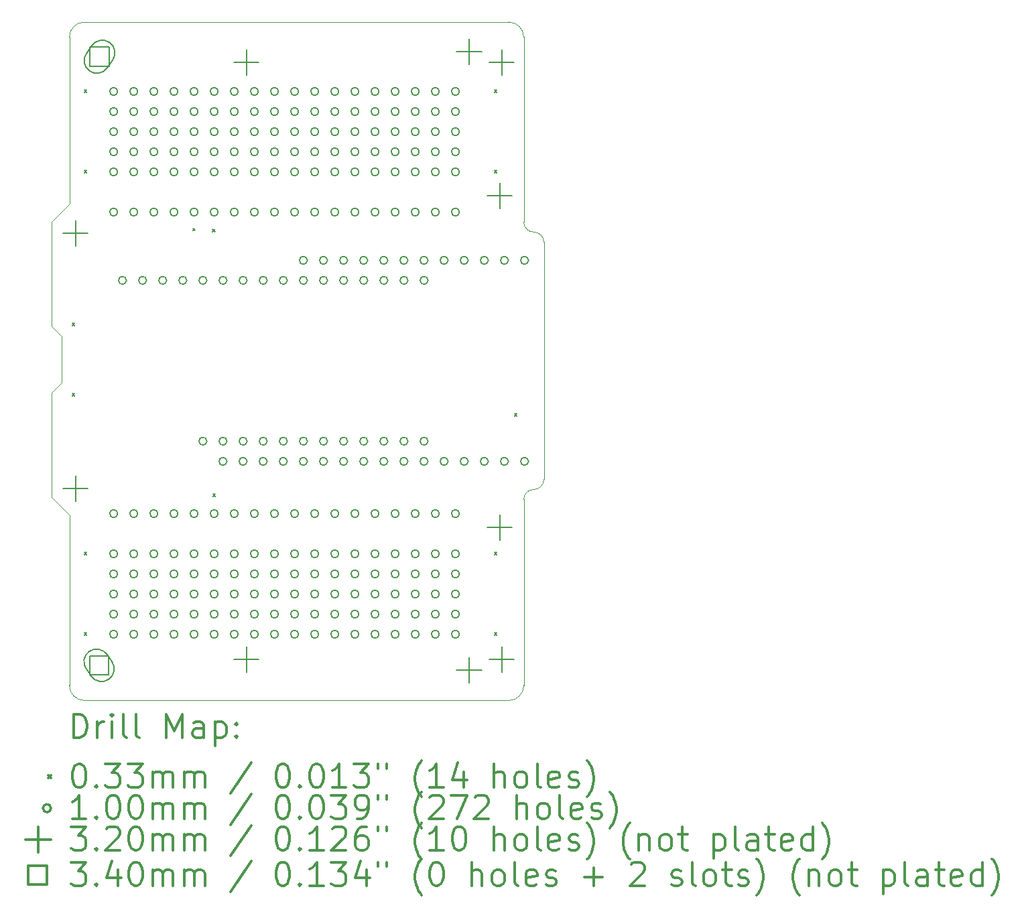
<source format=gbr>
%FSLAX45Y45*%
G04 Gerber Fmt 4.5, Leading zero omitted, Abs format (unit mm)*
G04 Created by KiCad (PCBNEW (5.0.0-rc2-dev-444-g2974a2c10)) date 11/08/19 21:55:00*
%MOMM*%
%LPD*%
G01*
G04 APERTURE LIST*
%ADD10C,0.100000*%
%ADD11C,0.200000*%
%ADD12C,0.300000*%
G04 APERTURE END LIST*
D10*
X14325600Y-12839700D02*
G75*
G02X14135100Y-13030200I-190500J0D01*
G01*
X14135100Y-4457700D02*
G75*
G02X14325600Y-4648200I0J-190500D01*
G01*
X8585200Y-4648200D02*
G75*
G02X8775700Y-4457700I190500J0D01*
G01*
X8775700Y-13030200D02*
G75*
G02X8585200Y-12839700I0J190500D01*
G01*
X14579600Y-10236200D02*
X14579600Y-7239000D01*
X14325600Y-12839700D02*
X14325600Y-10490200D01*
X14325600Y-6985000D02*
X14325600Y-4648200D01*
X8585200Y-6756400D02*
X8585200Y-4648200D01*
X8356600Y-6985000D02*
X8356600Y-8305800D01*
X8483600Y-9017000D02*
X8356600Y-9144000D01*
X8483600Y-8432800D02*
X8483600Y-9017000D01*
X8356600Y-8305800D02*
X8483600Y-8432800D01*
X8356600Y-9144000D02*
X8356600Y-10464800D01*
X8356600Y-6985000D02*
X8585200Y-6756400D01*
X8585200Y-10693400D02*
X8356600Y-10464800D01*
X8585200Y-12839700D02*
X8585200Y-10693400D01*
X14135100Y-4457700D02*
X8775700Y-4457700D01*
X14135100Y-13030200D02*
X8775700Y-13030200D01*
X14579600Y-10236200D02*
G75*
G02X14452600Y-10363200I-127000J0D01*
G01*
X14325600Y-10490200D02*
G75*
G02X14452600Y-10363200I127000J0D01*
G01*
X14452600Y-7112000D02*
G75*
G02X14325600Y-6985000I0J127000D01*
G01*
X14452600Y-7112000D02*
G75*
G02X14579600Y-7239000I0J-127000D01*
G01*
D11*
X8619490Y-8263890D02*
X8652510Y-8296910D01*
X8652510Y-8263890D02*
X8619490Y-8296910D01*
X8619490Y-9152890D02*
X8652510Y-9185910D01*
X8652510Y-9152890D02*
X8619490Y-9185910D01*
X8771890Y-5317490D02*
X8804910Y-5350510D01*
X8804910Y-5317490D02*
X8771890Y-5350510D01*
X8771890Y-6333490D02*
X8804910Y-6366510D01*
X8804910Y-6333490D02*
X8771890Y-6366510D01*
X8771890Y-11159490D02*
X8804910Y-11192510D01*
X8804910Y-11159490D02*
X8771890Y-11192510D01*
X8771890Y-12175490D02*
X8804910Y-12208510D01*
X8804910Y-12175490D02*
X8771890Y-12208510D01*
X10143490Y-7062490D02*
X10176510Y-7095510D01*
X10176510Y-7062490D02*
X10143490Y-7095510D01*
X10395490Y-7071490D02*
X10428510Y-7104510D01*
X10428510Y-7071490D02*
X10395490Y-7104510D01*
X10397490Y-10422890D02*
X10430510Y-10455910D01*
X10430510Y-10422890D02*
X10397490Y-10455910D01*
X13953490Y-5317490D02*
X13986510Y-5350510D01*
X13986510Y-5317490D02*
X13953490Y-5350510D01*
X13953490Y-6333490D02*
X13986510Y-6366510D01*
X13986510Y-6333490D02*
X13953490Y-6366510D01*
X13953490Y-11159490D02*
X13986510Y-11192510D01*
X13986510Y-11159490D02*
X13953490Y-11192510D01*
X13953490Y-12175490D02*
X13986510Y-12208510D01*
X13986510Y-12175490D02*
X13953490Y-12208510D01*
X14207490Y-9406890D02*
X14240510Y-9439910D01*
X14240510Y-9406890D02*
X14207490Y-9439910D01*
X9305760Y-7721600D02*
G75*
G03X9305760Y-7721600I-50000J0D01*
G01*
X9559760Y-7721600D02*
G75*
G03X9559760Y-7721600I-50000J0D01*
G01*
X9813760Y-7721600D02*
G75*
G03X9813760Y-7721600I-50000J0D01*
G01*
X10067760Y-7721600D02*
G75*
G03X10067760Y-7721600I-50000J0D01*
G01*
X10321760Y-7721600D02*
G75*
G03X10321760Y-7721600I-50000J0D01*
G01*
X10321760Y-9753600D02*
G75*
G03X10321760Y-9753600I-50000J0D01*
G01*
X10575760Y-7721600D02*
G75*
G03X10575760Y-7721600I-50000J0D01*
G01*
X10575760Y-9753600D02*
G75*
G03X10575760Y-9753600I-50000J0D01*
G01*
X10829760Y-7721600D02*
G75*
G03X10829760Y-7721600I-50000J0D01*
G01*
X10829760Y-9753600D02*
G75*
G03X10829760Y-9753600I-50000J0D01*
G01*
X11083760Y-7721600D02*
G75*
G03X11083760Y-7721600I-50000J0D01*
G01*
X11083760Y-9753600D02*
G75*
G03X11083760Y-9753600I-50000J0D01*
G01*
X11337760Y-7721600D02*
G75*
G03X11337760Y-7721600I-50000J0D01*
G01*
X11337760Y-9753600D02*
G75*
G03X11337760Y-9753600I-50000J0D01*
G01*
X11591760Y-7721600D02*
G75*
G03X11591760Y-7721600I-50000J0D01*
G01*
X11591760Y-9753600D02*
G75*
G03X11591760Y-9753600I-50000J0D01*
G01*
X11845760Y-7721600D02*
G75*
G03X11845760Y-7721600I-50000J0D01*
G01*
X11845760Y-9753600D02*
G75*
G03X11845760Y-9753600I-50000J0D01*
G01*
X12099760Y-7721600D02*
G75*
G03X12099760Y-7721600I-50000J0D01*
G01*
X12099760Y-9753600D02*
G75*
G03X12099760Y-9753600I-50000J0D01*
G01*
X12353760Y-7721600D02*
G75*
G03X12353760Y-7721600I-50000J0D01*
G01*
X12353760Y-9753600D02*
G75*
G03X12353760Y-9753600I-50000J0D01*
G01*
X12607760Y-7721600D02*
G75*
G03X12607760Y-7721600I-50000J0D01*
G01*
X12607760Y-9753600D02*
G75*
G03X12607760Y-9753600I-50000J0D01*
G01*
X12861760Y-7721600D02*
G75*
G03X12861760Y-7721600I-50000J0D01*
G01*
X12861760Y-9753600D02*
G75*
G03X12861760Y-9753600I-50000J0D01*
G01*
X13115760Y-7721600D02*
G75*
G03X13115760Y-7721600I-50000J0D01*
G01*
X13115760Y-9753600D02*
G75*
G03X13115760Y-9753600I-50000J0D01*
G01*
X9194000Y-5588000D02*
G75*
G03X9194000Y-5588000I-50000J0D01*
G01*
X9448000Y-5588000D02*
G75*
G03X9448000Y-5588000I-50000J0D01*
G01*
X9702000Y-5588000D02*
G75*
G03X9702000Y-5588000I-50000J0D01*
G01*
X9956000Y-5588000D02*
G75*
G03X9956000Y-5588000I-50000J0D01*
G01*
X10210000Y-5588000D02*
G75*
G03X10210000Y-5588000I-50000J0D01*
G01*
X10464000Y-5588000D02*
G75*
G03X10464000Y-5588000I-50000J0D01*
G01*
X10718000Y-5588000D02*
G75*
G03X10718000Y-5588000I-50000J0D01*
G01*
X10972000Y-5588000D02*
G75*
G03X10972000Y-5588000I-50000J0D01*
G01*
X11226000Y-5588000D02*
G75*
G03X11226000Y-5588000I-50000J0D01*
G01*
X11480000Y-5588000D02*
G75*
G03X11480000Y-5588000I-50000J0D01*
G01*
X11734000Y-5588000D02*
G75*
G03X11734000Y-5588000I-50000J0D01*
G01*
X11988000Y-5588000D02*
G75*
G03X11988000Y-5588000I-50000J0D01*
G01*
X12242000Y-5588000D02*
G75*
G03X12242000Y-5588000I-50000J0D01*
G01*
X12496000Y-5588000D02*
G75*
G03X12496000Y-5588000I-50000J0D01*
G01*
X12750000Y-5588000D02*
G75*
G03X12750000Y-5588000I-50000J0D01*
G01*
X13004000Y-5588000D02*
G75*
G03X13004000Y-5588000I-50000J0D01*
G01*
X13258000Y-5588000D02*
G75*
G03X13258000Y-5588000I-50000J0D01*
G01*
X13512000Y-5588000D02*
G75*
G03X13512000Y-5588000I-50000J0D01*
G01*
X9194000Y-6096000D02*
G75*
G03X9194000Y-6096000I-50000J0D01*
G01*
X9448000Y-6096000D02*
G75*
G03X9448000Y-6096000I-50000J0D01*
G01*
X9702000Y-6096000D02*
G75*
G03X9702000Y-6096000I-50000J0D01*
G01*
X9956000Y-6096000D02*
G75*
G03X9956000Y-6096000I-50000J0D01*
G01*
X10210000Y-6096000D02*
G75*
G03X10210000Y-6096000I-50000J0D01*
G01*
X10464000Y-6096000D02*
G75*
G03X10464000Y-6096000I-50000J0D01*
G01*
X10718000Y-6096000D02*
G75*
G03X10718000Y-6096000I-50000J0D01*
G01*
X10972000Y-6096000D02*
G75*
G03X10972000Y-6096000I-50000J0D01*
G01*
X11226000Y-6096000D02*
G75*
G03X11226000Y-6096000I-50000J0D01*
G01*
X11480000Y-6096000D02*
G75*
G03X11480000Y-6096000I-50000J0D01*
G01*
X11734000Y-6096000D02*
G75*
G03X11734000Y-6096000I-50000J0D01*
G01*
X11988000Y-6096000D02*
G75*
G03X11988000Y-6096000I-50000J0D01*
G01*
X12242000Y-6096000D02*
G75*
G03X12242000Y-6096000I-50000J0D01*
G01*
X12496000Y-6096000D02*
G75*
G03X12496000Y-6096000I-50000J0D01*
G01*
X12750000Y-6096000D02*
G75*
G03X12750000Y-6096000I-50000J0D01*
G01*
X13004000Y-6096000D02*
G75*
G03X13004000Y-6096000I-50000J0D01*
G01*
X13258000Y-6096000D02*
G75*
G03X13258000Y-6096000I-50000J0D01*
G01*
X13512000Y-6096000D02*
G75*
G03X13512000Y-6096000I-50000J0D01*
G01*
X9194000Y-12192000D02*
G75*
G03X9194000Y-12192000I-50000J0D01*
G01*
X9448000Y-12192000D02*
G75*
G03X9448000Y-12192000I-50000J0D01*
G01*
X9702000Y-12192000D02*
G75*
G03X9702000Y-12192000I-50000J0D01*
G01*
X9956000Y-12192000D02*
G75*
G03X9956000Y-12192000I-50000J0D01*
G01*
X10210000Y-12192000D02*
G75*
G03X10210000Y-12192000I-50000J0D01*
G01*
X10464000Y-12192000D02*
G75*
G03X10464000Y-12192000I-50000J0D01*
G01*
X10718000Y-12192000D02*
G75*
G03X10718000Y-12192000I-50000J0D01*
G01*
X10972000Y-12192000D02*
G75*
G03X10972000Y-12192000I-50000J0D01*
G01*
X11226000Y-12192000D02*
G75*
G03X11226000Y-12192000I-50000J0D01*
G01*
X11480000Y-12192000D02*
G75*
G03X11480000Y-12192000I-50000J0D01*
G01*
X11734000Y-12192000D02*
G75*
G03X11734000Y-12192000I-50000J0D01*
G01*
X11988000Y-12192000D02*
G75*
G03X11988000Y-12192000I-50000J0D01*
G01*
X12242000Y-12192000D02*
G75*
G03X12242000Y-12192000I-50000J0D01*
G01*
X12496000Y-12192000D02*
G75*
G03X12496000Y-12192000I-50000J0D01*
G01*
X12750000Y-12192000D02*
G75*
G03X12750000Y-12192000I-50000J0D01*
G01*
X13004000Y-12192000D02*
G75*
G03X13004000Y-12192000I-50000J0D01*
G01*
X13258000Y-12192000D02*
G75*
G03X13258000Y-12192000I-50000J0D01*
G01*
X13512000Y-12192000D02*
G75*
G03X13512000Y-12192000I-50000J0D01*
G01*
X10575000Y-10007600D02*
G75*
G03X10575000Y-10007600I-50000J0D01*
G01*
X10829000Y-10007600D02*
G75*
G03X10829000Y-10007600I-50000J0D01*
G01*
X11083000Y-10007600D02*
G75*
G03X11083000Y-10007600I-50000J0D01*
G01*
X11337000Y-10007600D02*
G75*
G03X11337000Y-10007600I-50000J0D01*
G01*
X11591000Y-7467600D02*
G75*
G03X11591000Y-7467600I-50000J0D01*
G01*
X11591000Y-10007600D02*
G75*
G03X11591000Y-10007600I-50000J0D01*
G01*
X11845000Y-7467600D02*
G75*
G03X11845000Y-7467600I-50000J0D01*
G01*
X11845000Y-10007600D02*
G75*
G03X11845000Y-10007600I-50000J0D01*
G01*
X12099000Y-7467600D02*
G75*
G03X12099000Y-7467600I-50000J0D01*
G01*
X12099000Y-10007600D02*
G75*
G03X12099000Y-10007600I-50000J0D01*
G01*
X12353000Y-7467600D02*
G75*
G03X12353000Y-7467600I-50000J0D01*
G01*
X12353000Y-10007600D02*
G75*
G03X12353000Y-10007600I-50000J0D01*
G01*
X12607000Y-7467600D02*
G75*
G03X12607000Y-7467600I-50000J0D01*
G01*
X12607000Y-10007600D02*
G75*
G03X12607000Y-10007600I-50000J0D01*
G01*
X12861000Y-7467600D02*
G75*
G03X12861000Y-7467600I-50000J0D01*
G01*
X12861000Y-10007600D02*
G75*
G03X12861000Y-10007600I-50000J0D01*
G01*
X13115000Y-7467600D02*
G75*
G03X13115000Y-7467600I-50000J0D01*
G01*
X13115000Y-10007600D02*
G75*
G03X13115000Y-10007600I-50000J0D01*
G01*
X13369000Y-7467600D02*
G75*
G03X13369000Y-7467600I-50000J0D01*
G01*
X13369000Y-10007600D02*
G75*
G03X13369000Y-10007600I-50000J0D01*
G01*
X13623000Y-7467600D02*
G75*
G03X13623000Y-7467600I-50000J0D01*
G01*
X13623000Y-10007600D02*
G75*
G03X13623000Y-10007600I-50000J0D01*
G01*
X13877000Y-7467600D02*
G75*
G03X13877000Y-7467600I-50000J0D01*
G01*
X13877000Y-10007600D02*
G75*
G03X13877000Y-10007600I-50000J0D01*
G01*
X14131000Y-7467600D02*
G75*
G03X14131000Y-7467600I-50000J0D01*
G01*
X14131000Y-10007600D02*
G75*
G03X14131000Y-10007600I-50000J0D01*
G01*
X14385000Y-7467600D02*
G75*
G03X14385000Y-7467600I-50000J0D01*
G01*
X14385000Y-10007600D02*
G75*
G03X14385000Y-10007600I-50000J0D01*
G01*
X9194000Y-5842000D02*
G75*
G03X9194000Y-5842000I-50000J0D01*
G01*
X9448000Y-5842000D02*
G75*
G03X9448000Y-5842000I-50000J0D01*
G01*
X9702000Y-5842000D02*
G75*
G03X9702000Y-5842000I-50000J0D01*
G01*
X9956000Y-5842000D02*
G75*
G03X9956000Y-5842000I-50000J0D01*
G01*
X10210000Y-5842000D02*
G75*
G03X10210000Y-5842000I-50000J0D01*
G01*
X10464000Y-5842000D02*
G75*
G03X10464000Y-5842000I-50000J0D01*
G01*
X10718000Y-5842000D02*
G75*
G03X10718000Y-5842000I-50000J0D01*
G01*
X10972000Y-5842000D02*
G75*
G03X10972000Y-5842000I-50000J0D01*
G01*
X11226000Y-5842000D02*
G75*
G03X11226000Y-5842000I-50000J0D01*
G01*
X11480000Y-5842000D02*
G75*
G03X11480000Y-5842000I-50000J0D01*
G01*
X11734000Y-5842000D02*
G75*
G03X11734000Y-5842000I-50000J0D01*
G01*
X11988000Y-5842000D02*
G75*
G03X11988000Y-5842000I-50000J0D01*
G01*
X12242000Y-5842000D02*
G75*
G03X12242000Y-5842000I-50000J0D01*
G01*
X12496000Y-5842000D02*
G75*
G03X12496000Y-5842000I-50000J0D01*
G01*
X12750000Y-5842000D02*
G75*
G03X12750000Y-5842000I-50000J0D01*
G01*
X13004000Y-5842000D02*
G75*
G03X13004000Y-5842000I-50000J0D01*
G01*
X13258000Y-5842000D02*
G75*
G03X13258000Y-5842000I-50000J0D01*
G01*
X13512000Y-5842000D02*
G75*
G03X13512000Y-5842000I-50000J0D01*
G01*
X9194000Y-6858000D02*
G75*
G03X9194000Y-6858000I-50000J0D01*
G01*
X9448000Y-6858000D02*
G75*
G03X9448000Y-6858000I-50000J0D01*
G01*
X9702000Y-6858000D02*
G75*
G03X9702000Y-6858000I-50000J0D01*
G01*
X9956000Y-6858000D02*
G75*
G03X9956000Y-6858000I-50000J0D01*
G01*
X10210000Y-6858000D02*
G75*
G03X10210000Y-6858000I-50000J0D01*
G01*
X10464000Y-6858000D02*
G75*
G03X10464000Y-6858000I-50000J0D01*
G01*
X10718000Y-6858000D02*
G75*
G03X10718000Y-6858000I-50000J0D01*
G01*
X10972000Y-6858000D02*
G75*
G03X10972000Y-6858000I-50000J0D01*
G01*
X11226000Y-6858000D02*
G75*
G03X11226000Y-6858000I-50000J0D01*
G01*
X11480000Y-6858000D02*
G75*
G03X11480000Y-6858000I-50000J0D01*
G01*
X11734000Y-6858000D02*
G75*
G03X11734000Y-6858000I-50000J0D01*
G01*
X11988000Y-6858000D02*
G75*
G03X11988000Y-6858000I-50000J0D01*
G01*
X12242000Y-6858000D02*
G75*
G03X12242000Y-6858000I-50000J0D01*
G01*
X12496000Y-6858000D02*
G75*
G03X12496000Y-6858000I-50000J0D01*
G01*
X12750000Y-6858000D02*
G75*
G03X12750000Y-6858000I-50000J0D01*
G01*
X13004000Y-6858000D02*
G75*
G03X13004000Y-6858000I-50000J0D01*
G01*
X13258000Y-6858000D02*
G75*
G03X13258000Y-6858000I-50000J0D01*
G01*
X13512000Y-6858000D02*
G75*
G03X13512000Y-6858000I-50000J0D01*
G01*
X9194000Y-11176000D02*
G75*
G03X9194000Y-11176000I-50000J0D01*
G01*
X9448000Y-11176000D02*
G75*
G03X9448000Y-11176000I-50000J0D01*
G01*
X9702000Y-11176000D02*
G75*
G03X9702000Y-11176000I-50000J0D01*
G01*
X9956000Y-11176000D02*
G75*
G03X9956000Y-11176000I-50000J0D01*
G01*
X10210000Y-11176000D02*
G75*
G03X10210000Y-11176000I-50000J0D01*
G01*
X10464000Y-11176000D02*
G75*
G03X10464000Y-11176000I-50000J0D01*
G01*
X10718000Y-11176000D02*
G75*
G03X10718000Y-11176000I-50000J0D01*
G01*
X10972000Y-11176000D02*
G75*
G03X10972000Y-11176000I-50000J0D01*
G01*
X11226000Y-11176000D02*
G75*
G03X11226000Y-11176000I-50000J0D01*
G01*
X11480000Y-11176000D02*
G75*
G03X11480000Y-11176000I-50000J0D01*
G01*
X11734000Y-11176000D02*
G75*
G03X11734000Y-11176000I-50000J0D01*
G01*
X11988000Y-11176000D02*
G75*
G03X11988000Y-11176000I-50000J0D01*
G01*
X12242000Y-11176000D02*
G75*
G03X12242000Y-11176000I-50000J0D01*
G01*
X12496000Y-11176000D02*
G75*
G03X12496000Y-11176000I-50000J0D01*
G01*
X12750000Y-11176000D02*
G75*
G03X12750000Y-11176000I-50000J0D01*
G01*
X13004000Y-11176000D02*
G75*
G03X13004000Y-11176000I-50000J0D01*
G01*
X13258000Y-11176000D02*
G75*
G03X13258000Y-11176000I-50000J0D01*
G01*
X13512000Y-11176000D02*
G75*
G03X13512000Y-11176000I-50000J0D01*
G01*
X9194000Y-6350000D02*
G75*
G03X9194000Y-6350000I-50000J0D01*
G01*
X9448000Y-6350000D02*
G75*
G03X9448000Y-6350000I-50000J0D01*
G01*
X9702000Y-6350000D02*
G75*
G03X9702000Y-6350000I-50000J0D01*
G01*
X9956000Y-6350000D02*
G75*
G03X9956000Y-6350000I-50000J0D01*
G01*
X10210000Y-6350000D02*
G75*
G03X10210000Y-6350000I-50000J0D01*
G01*
X10464000Y-6350000D02*
G75*
G03X10464000Y-6350000I-50000J0D01*
G01*
X10718000Y-6350000D02*
G75*
G03X10718000Y-6350000I-50000J0D01*
G01*
X10972000Y-6350000D02*
G75*
G03X10972000Y-6350000I-50000J0D01*
G01*
X11226000Y-6350000D02*
G75*
G03X11226000Y-6350000I-50000J0D01*
G01*
X11480000Y-6350000D02*
G75*
G03X11480000Y-6350000I-50000J0D01*
G01*
X11734000Y-6350000D02*
G75*
G03X11734000Y-6350000I-50000J0D01*
G01*
X11988000Y-6350000D02*
G75*
G03X11988000Y-6350000I-50000J0D01*
G01*
X12242000Y-6350000D02*
G75*
G03X12242000Y-6350000I-50000J0D01*
G01*
X12496000Y-6350000D02*
G75*
G03X12496000Y-6350000I-50000J0D01*
G01*
X12750000Y-6350000D02*
G75*
G03X12750000Y-6350000I-50000J0D01*
G01*
X13004000Y-6350000D02*
G75*
G03X13004000Y-6350000I-50000J0D01*
G01*
X13258000Y-6350000D02*
G75*
G03X13258000Y-6350000I-50000J0D01*
G01*
X13512000Y-6350000D02*
G75*
G03X13512000Y-6350000I-50000J0D01*
G01*
X9194000Y-11684000D02*
G75*
G03X9194000Y-11684000I-50000J0D01*
G01*
X9448000Y-11684000D02*
G75*
G03X9448000Y-11684000I-50000J0D01*
G01*
X9702000Y-11684000D02*
G75*
G03X9702000Y-11684000I-50000J0D01*
G01*
X9956000Y-11684000D02*
G75*
G03X9956000Y-11684000I-50000J0D01*
G01*
X10210000Y-11684000D02*
G75*
G03X10210000Y-11684000I-50000J0D01*
G01*
X10464000Y-11684000D02*
G75*
G03X10464000Y-11684000I-50000J0D01*
G01*
X10718000Y-11684000D02*
G75*
G03X10718000Y-11684000I-50000J0D01*
G01*
X10972000Y-11684000D02*
G75*
G03X10972000Y-11684000I-50000J0D01*
G01*
X11226000Y-11684000D02*
G75*
G03X11226000Y-11684000I-50000J0D01*
G01*
X11480000Y-11684000D02*
G75*
G03X11480000Y-11684000I-50000J0D01*
G01*
X11734000Y-11684000D02*
G75*
G03X11734000Y-11684000I-50000J0D01*
G01*
X11988000Y-11684000D02*
G75*
G03X11988000Y-11684000I-50000J0D01*
G01*
X12242000Y-11684000D02*
G75*
G03X12242000Y-11684000I-50000J0D01*
G01*
X12496000Y-11684000D02*
G75*
G03X12496000Y-11684000I-50000J0D01*
G01*
X12750000Y-11684000D02*
G75*
G03X12750000Y-11684000I-50000J0D01*
G01*
X13004000Y-11684000D02*
G75*
G03X13004000Y-11684000I-50000J0D01*
G01*
X13258000Y-11684000D02*
G75*
G03X13258000Y-11684000I-50000J0D01*
G01*
X13512000Y-11684000D02*
G75*
G03X13512000Y-11684000I-50000J0D01*
G01*
X9194000Y-11938000D02*
G75*
G03X9194000Y-11938000I-50000J0D01*
G01*
X9448000Y-11938000D02*
G75*
G03X9448000Y-11938000I-50000J0D01*
G01*
X9702000Y-11938000D02*
G75*
G03X9702000Y-11938000I-50000J0D01*
G01*
X9956000Y-11938000D02*
G75*
G03X9956000Y-11938000I-50000J0D01*
G01*
X10210000Y-11938000D02*
G75*
G03X10210000Y-11938000I-50000J0D01*
G01*
X10464000Y-11938000D02*
G75*
G03X10464000Y-11938000I-50000J0D01*
G01*
X10718000Y-11938000D02*
G75*
G03X10718000Y-11938000I-50000J0D01*
G01*
X10972000Y-11938000D02*
G75*
G03X10972000Y-11938000I-50000J0D01*
G01*
X11226000Y-11938000D02*
G75*
G03X11226000Y-11938000I-50000J0D01*
G01*
X11480000Y-11938000D02*
G75*
G03X11480000Y-11938000I-50000J0D01*
G01*
X11734000Y-11938000D02*
G75*
G03X11734000Y-11938000I-50000J0D01*
G01*
X11988000Y-11938000D02*
G75*
G03X11988000Y-11938000I-50000J0D01*
G01*
X12242000Y-11938000D02*
G75*
G03X12242000Y-11938000I-50000J0D01*
G01*
X12496000Y-11938000D02*
G75*
G03X12496000Y-11938000I-50000J0D01*
G01*
X12750000Y-11938000D02*
G75*
G03X12750000Y-11938000I-50000J0D01*
G01*
X13004000Y-11938000D02*
G75*
G03X13004000Y-11938000I-50000J0D01*
G01*
X13258000Y-11938000D02*
G75*
G03X13258000Y-11938000I-50000J0D01*
G01*
X13512000Y-11938000D02*
G75*
G03X13512000Y-11938000I-50000J0D01*
G01*
X9194000Y-5334000D02*
G75*
G03X9194000Y-5334000I-50000J0D01*
G01*
X9448000Y-5334000D02*
G75*
G03X9448000Y-5334000I-50000J0D01*
G01*
X9702000Y-5334000D02*
G75*
G03X9702000Y-5334000I-50000J0D01*
G01*
X9956000Y-5334000D02*
G75*
G03X9956000Y-5334000I-50000J0D01*
G01*
X10210000Y-5334000D02*
G75*
G03X10210000Y-5334000I-50000J0D01*
G01*
X10464000Y-5334000D02*
G75*
G03X10464000Y-5334000I-50000J0D01*
G01*
X10718000Y-5334000D02*
G75*
G03X10718000Y-5334000I-50000J0D01*
G01*
X10972000Y-5334000D02*
G75*
G03X10972000Y-5334000I-50000J0D01*
G01*
X11226000Y-5334000D02*
G75*
G03X11226000Y-5334000I-50000J0D01*
G01*
X11480000Y-5334000D02*
G75*
G03X11480000Y-5334000I-50000J0D01*
G01*
X11734000Y-5334000D02*
G75*
G03X11734000Y-5334000I-50000J0D01*
G01*
X11988000Y-5334000D02*
G75*
G03X11988000Y-5334000I-50000J0D01*
G01*
X12242000Y-5334000D02*
G75*
G03X12242000Y-5334000I-50000J0D01*
G01*
X12496000Y-5334000D02*
G75*
G03X12496000Y-5334000I-50000J0D01*
G01*
X12750000Y-5334000D02*
G75*
G03X12750000Y-5334000I-50000J0D01*
G01*
X13004000Y-5334000D02*
G75*
G03X13004000Y-5334000I-50000J0D01*
G01*
X13258000Y-5334000D02*
G75*
G03X13258000Y-5334000I-50000J0D01*
G01*
X13512000Y-5334000D02*
G75*
G03X13512000Y-5334000I-50000J0D01*
G01*
X9194000Y-10668000D02*
G75*
G03X9194000Y-10668000I-50000J0D01*
G01*
X9448000Y-10668000D02*
G75*
G03X9448000Y-10668000I-50000J0D01*
G01*
X9702000Y-10668000D02*
G75*
G03X9702000Y-10668000I-50000J0D01*
G01*
X9956000Y-10668000D02*
G75*
G03X9956000Y-10668000I-50000J0D01*
G01*
X10210000Y-10668000D02*
G75*
G03X10210000Y-10668000I-50000J0D01*
G01*
X10464000Y-10668000D02*
G75*
G03X10464000Y-10668000I-50000J0D01*
G01*
X10718000Y-10668000D02*
G75*
G03X10718000Y-10668000I-50000J0D01*
G01*
X10972000Y-10668000D02*
G75*
G03X10972000Y-10668000I-50000J0D01*
G01*
X11226000Y-10668000D02*
G75*
G03X11226000Y-10668000I-50000J0D01*
G01*
X11480000Y-10668000D02*
G75*
G03X11480000Y-10668000I-50000J0D01*
G01*
X11734000Y-10668000D02*
G75*
G03X11734000Y-10668000I-50000J0D01*
G01*
X11988000Y-10668000D02*
G75*
G03X11988000Y-10668000I-50000J0D01*
G01*
X12242000Y-10668000D02*
G75*
G03X12242000Y-10668000I-50000J0D01*
G01*
X12496000Y-10668000D02*
G75*
G03X12496000Y-10668000I-50000J0D01*
G01*
X12750000Y-10668000D02*
G75*
G03X12750000Y-10668000I-50000J0D01*
G01*
X13004000Y-10668000D02*
G75*
G03X13004000Y-10668000I-50000J0D01*
G01*
X13258000Y-10668000D02*
G75*
G03X13258000Y-10668000I-50000J0D01*
G01*
X13512000Y-10668000D02*
G75*
G03X13512000Y-10668000I-50000J0D01*
G01*
X9194000Y-11430000D02*
G75*
G03X9194000Y-11430000I-50000J0D01*
G01*
X9448000Y-11430000D02*
G75*
G03X9448000Y-11430000I-50000J0D01*
G01*
X9702000Y-11430000D02*
G75*
G03X9702000Y-11430000I-50000J0D01*
G01*
X9956000Y-11430000D02*
G75*
G03X9956000Y-11430000I-50000J0D01*
G01*
X10210000Y-11430000D02*
G75*
G03X10210000Y-11430000I-50000J0D01*
G01*
X10464000Y-11430000D02*
G75*
G03X10464000Y-11430000I-50000J0D01*
G01*
X10718000Y-11430000D02*
G75*
G03X10718000Y-11430000I-50000J0D01*
G01*
X10972000Y-11430000D02*
G75*
G03X10972000Y-11430000I-50000J0D01*
G01*
X11226000Y-11430000D02*
G75*
G03X11226000Y-11430000I-50000J0D01*
G01*
X11480000Y-11430000D02*
G75*
G03X11480000Y-11430000I-50000J0D01*
G01*
X11734000Y-11430000D02*
G75*
G03X11734000Y-11430000I-50000J0D01*
G01*
X11988000Y-11430000D02*
G75*
G03X11988000Y-11430000I-50000J0D01*
G01*
X12242000Y-11430000D02*
G75*
G03X12242000Y-11430000I-50000J0D01*
G01*
X12496000Y-11430000D02*
G75*
G03X12496000Y-11430000I-50000J0D01*
G01*
X12750000Y-11430000D02*
G75*
G03X12750000Y-11430000I-50000J0D01*
G01*
X13004000Y-11430000D02*
G75*
G03X13004000Y-11430000I-50000J0D01*
G01*
X13258000Y-11430000D02*
G75*
G03X13258000Y-11430000I-50000J0D01*
G01*
X13512000Y-11430000D02*
G75*
G03X13512000Y-11430000I-50000J0D01*
G01*
X8661400Y-10190500D02*
X8661400Y-10510500D01*
X8501400Y-10350500D02*
X8821400Y-10350500D01*
X13633450Y-12482850D02*
X13633450Y-12802850D01*
X13473450Y-12642850D02*
X13793450Y-12642850D01*
X10820400Y-4805700D02*
X10820400Y-5125700D01*
X10660400Y-4965700D02*
X10980400Y-4965700D01*
X10820400Y-12349500D02*
X10820400Y-12669500D01*
X10660400Y-12509500D02*
X10980400Y-12509500D01*
X14046200Y-12349500D02*
X14046200Y-12669500D01*
X13886200Y-12509500D02*
X14206200Y-12509500D01*
X14020800Y-10685800D02*
X14020800Y-11005800D01*
X13860800Y-10845800D02*
X14180800Y-10845800D01*
X14020800Y-6494800D02*
X14020800Y-6814800D01*
X13860800Y-6654800D02*
X14180800Y-6654800D01*
X14046200Y-4805700D02*
X14046200Y-5125700D01*
X13886200Y-4965700D02*
X14206200Y-4965700D01*
X8661400Y-6964700D02*
X8661400Y-7284700D01*
X8501400Y-7124700D02*
X8821400Y-7124700D01*
X13633450Y-4672350D02*
X13633450Y-4992350D01*
X13473450Y-4832350D02*
X13793450Y-4832350D01*
X9080059Y-12705909D02*
X9080059Y-12465491D01*
X8839641Y-12465491D01*
X8839641Y-12705909D01*
X9080059Y-12705909D01*
X8797239Y-12632419D02*
X8860332Y-12722526D01*
X9059368Y-12448874D02*
X9122461Y-12538981D01*
X8860332Y-12722526D02*
G75*
G03X9122461Y-12538981I131064J91772D01*
G01*
X9059368Y-12448874D02*
G75*
G03X8797239Y-12632419I-131064J-91772D01*
G01*
X9086409Y-5016059D02*
X9086409Y-4775641D01*
X8845991Y-4775641D01*
X8845991Y-5016059D01*
X9086409Y-5016059D01*
X9062850Y-5036771D02*
X9131679Y-4938473D01*
X8800721Y-4853227D02*
X8869550Y-4754929D01*
X9131679Y-4938473D02*
G75*
G03X8869550Y-4754929I-131064J91772D01*
G01*
X8800721Y-4853227D02*
G75*
G03X9062850Y-5036771I131064J-91772D01*
G01*
D12*
X8638028Y-13500914D02*
X8638028Y-13200914D01*
X8709457Y-13200914D01*
X8752314Y-13215200D01*
X8780886Y-13243771D01*
X8795171Y-13272343D01*
X8809457Y-13329486D01*
X8809457Y-13372343D01*
X8795171Y-13429486D01*
X8780886Y-13458057D01*
X8752314Y-13486629D01*
X8709457Y-13500914D01*
X8638028Y-13500914D01*
X8938028Y-13500914D02*
X8938028Y-13300914D01*
X8938028Y-13358057D02*
X8952314Y-13329486D01*
X8966600Y-13315200D01*
X8995171Y-13300914D01*
X9023743Y-13300914D01*
X9123743Y-13500914D02*
X9123743Y-13300914D01*
X9123743Y-13200914D02*
X9109457Y-13215200D01*
X9123743Y-13229486D01*
X9138028Y-13215200D01*
X9123743Y-13200914D01*
X9123743Y-13229486D01*
X9309457Y-13500914D02*
X9280886Y-13486629D01*
X9266600Y-13458057D01*
X9266600Y-13200914D01*
X9466600Y-13500914D02*
X9438028Y-13486629D01*
X9423743Y-13458057D01*
X9423743Y-13200914D01*
X9809457Y-13500914D02*
X9809457Y-13200914D01*
X9909457Y-13415200D01*
X10009457Y-13200914D01*
X10009457Y-13500914D01*
X10280886Y-13500914D02*
X10280886Y-13343771D01*
X10266600Y-13315200D01*
X10238028Y-13300914D01*
X10180886Y-13300914D01*
X10152314Y-13315200D01*
X10280886Y-13486629D02*
X10252314Y-13500914D01*
X10180886Y-13500914D01*
X10152314Y-13486629D01*
X10138028Y-13458057D01*
X10138028Y-13429486D01*
X10152314Y-13400914D01*
X10180886Y-13386629D01*
X10252314Y-13386629D01*
X10280886Y-13372343D01*
X10423743Y-13300914D02*
X10423743Y-13600914D01*
X10423743Y-13315200D02*
X10452314Y-13300914D01*
X10509457Y-13300914D01*
X10538028Y-13315200D01*
X10552314Y-13329486D01*
X10566600Y-13358057D01*
X10566600Y-13443771D01*
X10552314Y-13472343D01*
X10538028Y-13486629D01*
X10509457Y-13500914D01*
X10452314Y-13500914D01*
X10423743Y-13486629D01*
X10695171Y-13472343D02*
X10709457Y-13486629D01*
X10695171Y-13500914D01*
X10680886Y-13486629D01*
X10695171Y-13472343D01*
X10695171Y-13500914D01*
X10695171Y-13315200D02*
X10709457Y-13329486D01*
X10695171Y-13343771D01*
X10680886Y-13329486D01*
X10695171Y-13315200D01*
X10695171Y-13343771D01*
X8318580Y-13978690D02*
X8351600Y-14011710D01*
X8351600Y-13978690D02*
X8318580Y-14011710D01*
X8695171Y-13830914D02*
X8723743Y-13830914D01*
X8752314Y-13845200D01*
X8766600Y-13859486D01*
X8780886Y-13888057D01*
X8795171Y-13945200D01*
X8795171Y-14016629D01*
X8780886Y-14073771D01*
X8766600Y-14102343D01*
X8752314Y-14116629D01*
X8723743Y-14130914D01*
X8695171Y-14130914D01*
X8666600Y-14116629D01*
X8652314Y-14102343D01*
X8638028Y-14073771D01*
X8623743Y-14016629D01*
X8623743Y-13945200D01*
X8638028Y-13888057D01*
X8652314Y-13859486D01*
X8666600Y-13845200D01*
X8695171Y-13830914D01*
X8923743Y-14102343D02*
X8938028Y-14116629D01*
X8923743Y-14130914D01*
X8909457Y-14116629D01*
X8923743Y-14102343D01*
X8923743Y-14130914D01*
X9038028Y-13830914D02*
X9223743Y-13830914D01*
X9123743Y-13945200D01*
X9166600Y-13945200D01*
X9195171Y-13959486D01*
X9209457Y-13973771D01*
X9223743Y-14002343D01*
X9223743Y-14073771D01*
X9209457Y-14102343D01*
X9195171Y-14116629D01*
X9166600Y-14130914D01*
X9080886Y-14130914D01*
X9052314Y-14116629D01*
X9038028Y-14102343D01*
X9323743Y-13830914D02*
X9509457Y-13830914D01*
X9409457Y-13945200D01*
X9452314Y-13945200D01*
X9480886Y-13959486D01*
X9495171Y-13973771D01*
X9509457Y-14002343D01*
X9509457Y-14073771D01*
X9495171Y-14102343D01*
X9480886Y-14116629D01*
X9452314Y-14130914D01*
X9366600Y-14130914D01*
X9338028Y-14116629D01*
X9323743Y-14102343D01*
X9638028Y-14130914D02*
X9638028Y-13930914D01*
X9638028Y-13959486D02*
X9652314Y-13945200D01*
X9680886Y-13930914D01*
X9723743Y-13930914D01*
X9752314Y-13945200D01*
X9766600Y-13973771D01*
X9766600Y-14130914D01*
X9766600Y-13973771D02*
X9780886Y-13945200D01*
X9809457Y-13930914D01*
X9852314Y-13930914D01*
X9880886Y-13945200D01*
X9895171Y-13973771D01*
X9895171Y-14130914D01*
X10038028Y-14130914D02*
X10038028Y-13930914D01*
X10038028Y-13959486D02*
X10052314Y-13945200D01*
X10080886Y-13930914D01*
X10123743Y-13930914D01*
X10152314Y-13945200D01*
X10166600Y-13973771D01*
X10166600Y-14130914D01*
X10166600Y-13973771D02*
X10180886Y-13945200D01*
X10209457Y-13930914D01*
X10252314Y-13930914D01*
X10280886Y-13945200D01*
X10295171Y-13973771D01*
X10295171Y-14130914D01*
X10880886Y-13816629D02*
X10623743Y-14202343D01*
X11266600Y-13830914D02*
X11295171Y-13830914D01*
X11323743Y-13845200D01*
X11338028Y-13859486D01*
X11352314Y-13888057D01*
X11366600Y-13945200D01*
X11366600Y-14016629D01*
X11352314Y-14073771D01*
X11338028Y-14102343D01*
X11323743Y-14116629D01*
X11295171Y-14130914D01*
X11266600Y-14130914D01*
X11238028Y-14116629D01*
X11223743Y-14102343D01*
X11209457Y-14073771D01*
X11195171Y-14016629D01*
X11195171Y-13945200D01*
X11209457Y-13888057D01*
X11223743Y-13859486D01*
X11238028Y-13845200D01*
X11266600Y-13830914D01*
X11495171Y-14102343D02*
X11509457Y-14116629D01*
X11495171Y-14130914D01*
X11480886Y-14116629D01*
X11495171Y-14102343D01*
X11495171Y-14130914D01*
X11695171Y-13830914D02*
X11723743Y-13830914D01*
X11752314Y-13845200D01*
X11766600Y-13859486D01*
X11780886Y-13888057D01*
X11795171Y-13945200D01*
X11795171Y-14016629D01*
X11780886Y-14073771D01*
X11766600Y-14102343D01*
X11752314Y-14116629D01*
X11723743Y-14130914D01*
X11695171Y-14130914D01*
X11666600Y-14116629D01*
X11652314Y-14102343D01*
X11638028Y-14073771D01*
X11623743Y-14016629D01*
X11623743Y-13945200D01*
X11638028Y-13888057D01*
X11652314Y-13859486D01*
X11666600Y-13845200D01*
X11695171Y-13830914D01*
X12080886Y-14130914D02*
X11909457Y-14130914D01*
X11995171Y-14130914D02*
X11995171Y-13830914D01*
X11966600Y-13873771D01*
X11938028Y-13902343D01*
X11909457Y-13916629D01*
X12180886Y-13830914D02*
X12366600Y-13830914D01*
X12266600Y-13945200D01*
X12309457Y-13945200D01*
X12338028Y-13959486D01*
X12352314Y-13973771D01*
X12366600Y-14002343D01*
X12366600Y-14073771D01*
X12352314Y-14102343D01*
X12338028Y-14116629D01*
X12309457Y-14130914D01*
X12223743Y-14130914D01*
X12195171Y-14116629D01*
X12180886Y-14102343D01*
X12480886Y-13830914D02*
X12480886Y-13888057D01*
X12595171Y-13830914D02*
X12595171Y-13888057D01*
X13038028Y-14245200D02*
X13023743Y-14230914D01*
X12995171Y-14188057D01*
X12980886Y-14159486D01*
X12966600Y-14116629D01*
X12952314Y-14045200D01*
X12952314Y-13988057D01*
X12966600Y-13916629D01*
X12980886Y-13873771D01*
X12995171Y-13845200D01*
X13023743Y-13802343D01*
X13038028Y-13788057D01*
X13309457Y-14130914D02*
X13138028Y-14130914D01*
X13223743Y-14130914D02*
X13223743Y-13830914D01*
X13195171Y-13873771D01*
X13166600Y-13902343D01*
X13138028Y-13916629D01*
X13566600Y-13930914D02*
X13566600Y-14130914D01*
X13495171Y-13816629D02*
X13423743Y-14030914D01*
X13609457Y-14030914D01*
X13952314Y-14130914D02*
X13952314Y-13830914D01*
X14080886Y-14130914D02*
X14080886Y-13973771D01*
X14066600Y-13945200D01*
X14038028Y-13930914D01*
X13995171Y-13930914D01*
X13966600Y-13945200D01*
X13952314Y-13959486D01*
X14266600Y-14130914D02*
X14238028Y-14116629D01*
X14223743Y-14102343D01*
X14209457Y-14073771D01*
X14209457Y-13988057D01*
X14223743Y-13959486D01*
X14238028Y-13945200D01*
X14266600Y-13930914D01*
X14309457Y-13930914D01*
X14338028Y-13945200D01*
X14352314Y-13959486D01*
X14366600Y-13988057D01*
X14366600Y-14073771D01*
X14352314Y-14102343D01*
X14338028Y-14116629D01*
X14309457Y-14130914D01*
X14266600Y-14130914D01*
X14538028Y-14130914D02*
X14509457Y-14116629D01*
X14495171Y-14088057D01*
X14495171Y-13830914D01*
X14766600Y-14116629D02*
X14738028Y-14130914D01*
X14680886Y-14130914D01*
X14652314Y-14116629D01*
X14638028Y-14088057D01*
X14638028Y-13973771D01*
X14652314Y-13945200D01*
X14680886Y-13930914D01*
X14738028Y-13930914D01*
X14766600Y-13945200D01*
X14780886Y-13973771D01*
X14780886Y-14002343D01*
X14638028Y-14030914D01*
X14895171Y-14116629D02*
X14923743Y-14130914D01*
X14980886Y-14130914D01*
X15009457Y-14116629D01*
X15023743Y-14088057D01*
X15023743Y-14073771D01*
X15009457Y-14045200D01*
X14980886Y-14030914D01*
X14938028Y-14030914D01*
X14909457Y-14016629D01*
X14895171Y-13988057D01*
X14895171Y-13973771D01*
X14909457Y-13945200D01*
X14938028Y-13930914D01*
X14980886Y-13930914D01*
X15009457Y-13945200D01*
X15123743Y-14245200D02*
X15138028Y-14230914D01*
X15166600Y-14188057D01*
X15180886Y-14159486D01*
X15195171Y-14116629D01*
X15209457Y-14045200D01*
X15209457Y-13988057D01*
X15195171Y-13916629D01*
X15180886Y-13873771D01*
X15166600Y-13845200D01*
X15138028Y-13802343D01*
X15123743Y-13788057D01*
X8351600Y-14391200D02*
G75*
G03X8351600Y-14391200I-50000J0D01*
G01*
X8795171Y-14526914D02*
X8623743Y-14526914D01*
X8709457Y-14526914D02*
X8709457Y-14226914D01*
X8680886Y-14269771D01*
X8652314Y-14298343D01*
X8623743Y-14312629D01*
X8923743Y-14498343D02*
X8938028Y-14512629D01*
X8923743Y-14526914D01*
X8909457Y-14512629D01*
X8923743Y-14498343D01*
X8923743Y-14526914D01*
X9123743Y-14226914D02*
X9152314Y-14226914D01*
X9180886Y-14241200D01*
X9195171Y-14255486D01*
X9209457Y-14284057D01*
X9223743Y-14341200D01*
X9223743Y-14412629D01*
X9209457Y-14469771D01*
X9195171Y-14498343D01*
X9180886Y-14512629D01*
X9152314Y-14526914D01*
X9123743Y-14526914D01*
X9095171Y-14512629D01*
X9080886Y-14498343D01*
X9066600Y-14469771D01*
X9052314Y-14412629D01*
X9052314Y-14341200D01*
X9066600Y-14284057D01*
X9080886Y-14255486D01*
X9095171Y-14241200D01*
X9123743Y-14226914D01*
X9409457Y-14226914D02*
X9438028Y-14226914D01*
X9466600Y-14241200D01*
X9480886Y-14255486D01*
X9495171Y-14284057D01*
X9509457Y-14341200D01*
X9509457Y-14412629D01*
X9495171Y-14469771D01*
X9480886Y-14498343D01*
X9466600Y-14512629D01*
X9438028Y-14526914D01*
X9409457Y-14526914D01*
X9380886Y-14512629D01*
X9366600Y-14498343D01*
X9352314Y-14469771D01*
X9338028Y-14412629D01*
X9338028Y-14341200D01*
X9352314Y-14284057D01*
X9366600Y-14255486D01*
X9380886Y-14241200D01*
X9409457Y-14226914D01*
X9638028Y-14526914D02*
X9638028Y-14326914D01*
X9638028Y-14355486D02*
X9652314Y-14341200D01*
X9680886Y-14326914D01*
X9723743Y-14326914D01*
X9752314Y-14341200D01*
X9766600Y-14369771D01*
X9766600Y-14526914D01*
X9766600Y-14369771D02*
X9780886Y-14341200D01*
X9809457Y-14326914D01*
X9852314Y-14326914D01*
X9880886Y-14341200D01*
X9895171Y-14369771D01*
X9895171Y-14526914D01*
X10038028Y-14526914D02*
X10038028Y-14326914D01*
X10038028Y-14355486D02*
X10052314Y-14341200D01*
X10080886Y-14326914D01*
X10123743Y-14326914D01*
X10152314Y-14341200D01*
X10166600Y-14369771D01*
X10166600Y-14526914D01*
X10166600Y-14369771D02*
X10180886Y-14341200D01*
X10209457Y-14326914D01*
X10252314Y-14326914D01*
X10280886Y-14341200D01*
X10295171Y-14369771D01*
X10295171Y-14526914D01*
X10880886Y-14212629D02*
X10623743Y-14598343D01*
X11266600Y-14226914D02*
X11295171Y-14226914D01*
X11323743Y-14241200D01*
X11338028Y-14255486D01*
X11352314Y-14284057D01*
X11366600Y-14341200D01*
X11366600Y-14412629D01*
X11352314Y-14469771D01*
X11338028Y-14498343D01*
X11323743Y-14512629D01*
X11295171Y-14526914D01*
X11266600Y-14526914D01*
X11238028Y-14512629D01*
X11223743Y-14498343D01*
X11209457Y-14469771D01*
X11195171Y-14412629D01*
X11195171Y-14341200D01*
X11209457Y-14284057D01*
X11223743Y-14255486D01*
X11238028Y-14241200D01*
X11266600Y-14226914D01*
X11495171Y-14498343D02*
X11509457Y-14512629D01*
X11495171Y-14526914D01*
X11480886Y-14512629D01*
X11495171Y-14498343D01*
X11495171Y-14526914D01*
X11695171Y-14226914D02*
X11723743Y-14226914D01*
X11752314Y-14241200D01*
X11766600Y-14255486D01*
X11780886Y-14284057D01*
X11795171Y-14341200D01*
X11795171Y-14412629D01*
X11780886Y-14469771D01*
X11766600Y-14498343D01*
X11752314Y-14512629D01*
X11723743Y-14526914D01*
X11695171Y-14526914D01*
X11666600Y-14512629D01*
X11652314Y-14498343D01*
X11638028Y-14469771D01*
X11623743Y-14412629D01*
X11623743Y-14341200D01*
X11638028Y-14284057D01*
X11652314Y-14255486D01*
X11666600Y-14241200D01*
X11695171Y-14226914D01*
X11895171Y-14226914D02*
X12080886Y-14226914D01*
X11980886Y-14341200D01*
X12023743Y-14341200D01*
X12052314Y-14355486D01*
X12066600Y-14369771D01*
X12080886Y-14398343D01*
X12080886Y-14469771D01*
X12066600Y-14498343D01*
X12052314Y-14512629D01*
X12023743Y-14526914D01*
X11938028Y-14526914D01*
X11909457Y-14512629D01*
X11895171Y-14498343D01*
X12223743Y-14526914D02*
X12280886Y-14526914D01*
X12309457Y-14512629D01*
X12323743Y-14498343D01*
X12352314Y-14455486D01*
X12366600Y-14398343D01*
X12366600Y-14284057D01*
X12352314Y-14255486D01*
X12338028Y-14241200D01*
X12309457Y-14226914D01*
X12252314Y-14226914D01*
X12223743Y-14241200D01*
X12209457Y-14255486D01*
X12195171Y-14284057D01*
X12195171Y-14355486D01*
X12209457Y-14384057D01*
X12223743Y-14398343D01*
X12252314Y-14412629D01*
X12309457Y-14412629D01*
X12338028Y-14398343D01*
X12352314Y-14384057D01*
X12366600Y-14355486D01*
X12480886Y-14226914D02*
X12480886Y-14284057D01*
X12595171Y-14226914D02*
X12595171Y-14284057D01*
X13038028Y-14641200D02*
X13023743Y-14626914D01*
X12995171Y-14584057D01*
X12980886Y-14555486D01*
X12966600Y-14512629D01*
X12952314Y-14441200D01*
X12952314Y-14384057D01*
X12966600Y-14312629D01*
X12980886Y-14269771D01*
X12995171Y-14241200D01*
X13023743Y-14198343D01*
X13038028Y-14184057D01*
X13138028Y-14255486D02*
X13152314Y-14241200D01*
X13180886Y-14226914D01*
X13252314Y-14226914D01*
X13280886Y-14241200D01*
X13295171Y-14255486D01*
X13309457Y-14284057D01*
X13309457Y-14312629D01*
X13295171Y-14355486D01*
X13123743Y-14526914D01*
X13309457Y-14526914D01*
X13409457Y-14226914D02*
X13609457Y-14226914D01*
X13480886Y-14526914D01*
X13709457Y-14255486D02*
X13723743Y-14241200D01*
X13752314Y-14226914D01*
X13823743Y-14226914D01*
X13852314Y-14241200D01*
X13866600Y-14255486D01*
X13880886Y-14284057D01*
X13880886Y-14312629D01*
X13866600Y-14355486D01*
X13695171Y-14526914D01*
X13880886Y-14526914D01*
X14238028Y-14526914D02*
X14238028Y-14226914D01*
X14366600Y-14526914D02*
X14366600Y-14369771D01*
X14352314Y-14341200D01*
X14323743Y-14326914D01*
X14280886Y-14326914D01*
X14252314Y-14341200D01*
X14238028Y-14355486D01*
X14552314Y-14526914D02*
X14523743Y-14512629D01*
X14509457Y-14498343D01*
X14495171Y-14469771D01*
X14495171Y-14384057D01*
X14509457Y-14355486D01*
X14523743Y-14341200D01*
X14552314Y-14326914D01*
X14595171Y-14326914D01*
X14623743Y-14341200D01*
X14638028Y-14355486D01*
X14652314Y-14384057D01*
X14652314Y-14469771D01*
X14638028Y-14498343D01*
X14623743Y-14512629D01*
X14595171Y-14526914D01*
X14552314Y-14526914D01*
X14823743Y-14526914D02*
X14795171Y-14512629D01*
X14780886Y-14484057D01*
X14780886Y-14226914D01*
X15052314Y-14512629D02*
X15023743Y-14526914D01*
X14966600Y-14526914D01*
X14938028Y-14512629D01*
X14923743Y-14484057D01*
X14923743Y-14369771D01*
X14938028Y-14341200D01*
X14966600Y-14326914D01*
X15023743Y-14326914D01*
X15052314Y-14341200D01*
X15066600Y-14369771D01*
X15066600Y-14398343D01*
X14923743Y-14426914D01*
X15180886Y-14512629D02*
X15209457Y-14526914D01*
X15266600Y-14526914D01*
X15295171Y-14512629D01*
X15309457Y-14484057D01*
X15309457Y-14469771D01*
X15295171Y-14441200D01*
X15266600Y-14426914D01*
X15223743Y-14426914D01*
X15195171Y-14412629D01*
X15180886Y-14384057D01*
X15180886Y-14369771D01*
X15195171Y-14341200D01*
X15223743Y-14326914D01*
X15266600Y-14326914D01*
X15295171Y-14341200D01*
X15409457Y-14641200D02*
X15423743Y-14626914D01*
X15452314Y-14584057D01*
X15466600Y-14555486D01*
X15480886Y-14512629D01*
X15495171Y-14441200D01*
X15495171Y-14384057D01*
X15480886Y-14312629D01*
X15466600Y-14269771D01*
X15452314Y-14241200D01*
X15423743Y-14198343D01*
X15409457Y-14184057D01*
X8191600Y-14627200D02*
X8191600Y-14947200D01*
X8031600Y-14787200D02*
X8351600Y-14787200D01*
X8609457Y-14622914D02*
X8795171Y-14622914D01*
X8695171Y-14737200D01*
X8738028Y-14737200D01*
X8766600Y-14751486D01*
X8780886Y-14765771D01*
X8795171Y-14794343D01*
X8795171Y-14865771D01*
X8780886Y-14894343D01*
X8766600Y-14908629D01*
X8738028Y-14922914D01*
X8652314Y-14922914D01*
X8623743Y-14908629D01*
X8609457Y-14894343D01*
X8923743Y-14894343D02*
X8938028Y-14908629D01*
X8923743Y-14922914D01*
X8909457Y-14908629D01*
X8923743Y-14894343D01*
X8923743Y-14922914D01*
X9052314Y-14651486D02*
X9066600Y-14637200D01*
X9095171Y-14622914D01*
X9166600Y-14622914D01*
X9195171Y-14637200D01*
X9209457Y-14651486D01*
X9223743Y-14680057D01*
X9223743Y-14708629D01*
X9209457Y-14751486D01*
X9038028Y-14922914D01*
X9223743Y-14922914D01*
X9409457Y-14622914D02*
X9438028Y-14622914D01*
X9466600Y-14637200D01*
X9480886Y-14651486D01*
X9495171Y-14680057D01*
X9509457Y-14737200D01*
X9509457Y-14808629D01*
X9495171Y-14865771D01*
X9480886Y-14894343D01*
X9466600Y-14908629D01*
X9438028Y-14922914D01*
X9409457Y-14922914D01*
X9380886Y-14908629D01*
X9366600Y-14894343D01*
X9352314Y-14865771D01*
X9338028Y-14808629D01*
X9338028Y-14737200D01*
X9352314Y-14680057D01*
X9366600Y-14651486D01*
X9380886Y-14637200D01*
X9409457Y-14622914D01*
X9638028Y-14922914D02*
X9638028Y-14722914D01*
X9638028Y-14751486D02*
X9652314Y-14737200D01*
X9680886Y-14722914D01*
X9723743Y-14722914D01*
X9752314Y-14737200D01*
X9766600Y-14765771D01*
X9766600Y-14922914D01*
X9766600Y-14765771D02*
X9780886Y-14737200D01*
X9809457Y-14722914D01*
X9852314Y-14722914D01*
X9880886Y-14737200D01*
X9895171Y-14765771D01*
X9895171Y-14922914D01*
X10038028Y-14922914D02*
X10038028Y-14722914D01*
X10038028Y-14751486D02*
X10052314Y-14737200D01*
X10080886Y-14722914D01*
X10123743Y-14722914D01*
X10152314Y-14737200D01*
X10166600Y-14765771D01*
X10166600Y-14922914D01*
X10166600Y-14765771D02*
X10180886Y-14737200D01*
X10209457Y-14722914D01*
X10252314Y-14722914D01*
X10280886Y-14737200D01*
X10295171Y-14765771D01*
X10295171Y-14922914D01*
X10880886Y-14608629D02*
X10623743Y-14994343D01*
X11266600Y-14622914D02*
X11295171Y-14622914D01*
X11323743Y-14637200D01*
X11338028Y-14651486D01*
X11352314Y-14680057D01*
X11366600Y-14737200D01*
X11366600Y-14808629D01*
X11352314Y-14865771D01*
X11338028Y-14894343D01*
X11323743Y-14908629D01*
X11295171Y-14922914D01*
X11266600Y-14922914D01*
X11238028Y-14908629D01*
X11223743Y-14894343D01*
X11209457Y-14865771D01*
X11195171Y-14808629D01*
X11195171Y-14737200D01*
X11209457Y-14680057D01*
X11223743Y-14651486D01*
X11238028Y-14637200D01*
X11266600Y-14622914D01*
X11495171Y-14894343D02*
X11509457Y-14908629D01*
X11495171Y-14922914D01*
X11480886Y-14908629D01*
X11495171Y-14894343D01*
X11495171Y-14922914D01*
X11795171Y-14922914D02*
X11623743Y-14922914D01*
X11709457Y-14922914D02*
X11709457Y-14622914D01*
X11680886Y-14665771D01*
X11652314Y-14694343D01*
X11623743Y-14708629D01*
X11909457Y-14651486D02*
X11923743Y-14637200D01*
X11952314Y-14622914D01*
X12023743Y-14622914D01*
X12052314Y-14637200D01*
X12066600Y-14651486D01*
X12080886Y-14680057D01*
X12080886Y-14708629D01*
X12066600Y-14751486D01*
X11895171Y-14922914D01*
X12080886Y-14922914D01*
X12338028Y-14622914D02*
X12280886Y-14622914D01*
X12252314Y-14637200D01*
X12238028Y-14651486D01*
X12209457Y-14694343D01*
X12195171Y-14751486D01*
X12195171Y-14865771D01*
X12209457Y-14894343D01*
X12223743Y-14908629D01*
X12252314Y-14922914D01*
X12309457Y-14922914D01*
X12338028Y-14908629D01*
X12352314Y-14894343D01*
X12366600Y-14865771D01*
X12366600Y-14794343D01*
X12352314Y-14765771D01*
X12338028Y-14751486D01*
X12309457Y-14737200D01*
X12252314Y-14737200D01*
X12223743Y-14751486D01*
X12209457Y-14765771D01*
X12195171Y-14794343D01*
X12480886Y-14622914D02*
X12480886Y-14680057D01*
X12595171Y-14622914D02*
X12595171Y-14680057D01*
X13038028Y-15037200D02*
X13023743Y-15022914D01*
X12995171Y-14980057D01*
X12980886Y-14951486D01*
X12966600Y-14908629D01*
X12952314Y-14837200D01*
X12952314Y-14780057D01*
X12966600Y-14708629D01*
X12980886Y-14665771D01*
X12995171Y-14637200D01*
X13023743Y-14594343D01*
X13038028Y-14580057D01*
X13309457Y-14922914D02*
X13138028Y-14922914D01*
X13223743Y-14922914D02*
X13223743Y-14622914D01*
X13195171Y-14665771D01*
X13166600Y-14694343D01*
X13138028Y-14708629D01*
X13495171Y-14622914D02*
X13523743Y-14622914D01*
X13552314Y-14637200D01*
X13566600Y-14651486D01*
X13580886Y-14680057D01*
X13595171Y-14737200D01*
X13595171Y-14808629D01*
X13580886Y-14865771D01*
X13566600Y-14894343D01*
X13552314Y-14908629D01*
X13523743Y-14922914D01*
X13495171Y-14922914D01*
X13466600Y-14908629D01*
X13452314Y-14894343D01*
X13438028Y-14865771D01*
X13423743Y-14808629D01*
X13423743Y-14737200D01*
X13438028Y-14680057D01*
X13452314Y-14651486D01*
X13466600Y-14637200D01*
X13495171Y-14622914D01*
X13952314Y-14922914D02*
X13952314Y-14622914D01*
X14080886Y-14922914D02*
X14080886Y-14765771D01*
X14066600Y-14737200D01*
X14038028Y-14722914D01*
X13995171Y-14722914D01*
X13966600Y-14737200D01*
X13952314Y-14751486D01*
X14266600Y-14922914D02*
X14238028Y-14908629D01*
X14223743Y-14894343D01*
X14209457Y-14865771D01*
X14209457Y-14780057D01*
X14223743Y-14751486D01*
X14238028Y-14737200D01*
X14266600Y-14722914D01*
X14309457Y-14722914D01*
X14338028Y-14737200D01*
X14352314Y-14751486D01*
X14366600Y-14780057D01*
X14366600Y-14865771D01*
X14352314Y-14894343D01*
X14338028Y-14908629D01*
X14309457Y-14922914D01*
X14266600Y-14922914D01*
X14538028Y-14922914D02*
X14509457Y-14908629D01*
X14495171Y-14880057D01*
X14495171Y-14622914D01*
X14766600Y-14908629D02*
X14738028Y-14922914D01*
X14680886Y-14922914D01*
X14652314Y-14908629D01*
X14638028Y-14880057D01*
X14638028Y-14765771D01*
X14652314Y-14737200D01*
X14680886Y-14722914D01*
X14738028Y-14722914D01*
X14766600Y-14737200D01*
X14780886Y-14765771D01*
X14780886Y-14794343D01*
X14638028Y-14822914D01*
X14895171Y-14908629D02*
X14923743Y-14922914D01*
X14980886Y-14922914D01*
X15009457Y-14908629D01*
X15023743Y-14880057D01*
X15023743Y-14865771D01*
X15009457Y-14837200D01*
X14980886Y-14822914D01*
X14938028Y-14822914D01*
X14909457Y-14808629D01*
X14895171Y-14780057D01*
X14895171Y-14765771D01*
X14909457Y-14737200D01*
X14938028Y-14722914D01*
X14980886Y-14722914D01*
X15009457Y-14737200D01*
X15123743Y-15037200D02*
X15138028Y-15022914D01*
X15166600Y-14980057D01*
X15180886Y-14951486D01*
X15195171Y-14908629D01*
X15209457Y-14837200D01*
X15209457Y-14780057D01*
X15195171Y-14708629D01*
X15180886Y-14665771D01*
X15166600Y-14637200D01*
X15138028Y-14594343D01*
X15123743Y-14580057D01*
X15666600Y-15037200D02*
X15652314Y-15022914D01*
X15623743Y-14980057D01*
X15609457Y-14951486D01*
X15595171Y-14908629D01*
X15580886Y-14837200D01*
X15580886Y-14780057D01*
X15595171Y-14708629D01*
X15609457Y-14665771D01*
X15623743Y-14637200D01*
X15652314Y-14594343D01*
X15666600Y-14580057D01*
X15780886Y-14722914D02*
X15780886Y-14922914D01*
X15780886Y-14751486D02*
X15795171Y-14737200D01*
X15823743Y-14722914D01*
X15866600Y-14722914D01*
X15895171Y-14737200D01*
X15909457Y-14765771D01*
X15909457Y-14922914D01*
X16095171Y-14922914D02*
X16066600Y-14908629D01*
X16052314Y-14894343D01*
X16038028Y-14865771D01*
X16038028Y-14780057D01*
X16052314Y-14751486D01*
X16066600Y-14737200D01*
X16095171Y-14722914D01*
X16138028Y-14722914D01*
X16166600Y-14737200D01*
X16180886Y-14751486D01*
X16195171Y-14780057D01*
X16195171Y-14865771D01*
X16180886Y-14894343D01*
X16166600Y-14908629D01*
X16138028Y-14922914D01*
X16095171Y-14922914D01*
X16280886Y-14722914D02*
X16395171Y-14722914D01*
X16323743Y-14622914D02*
X16323743Y-14880057D01*
X16338028Y-14908629D01*
X16366600Y-14922914D01*
X16395171Y-14922914D01*
X16723743Y-14722914D02*
X16723743Y-15022914D01*
X16723743Y-14737200D02*
X16752314Y-14722914D01*
X16809457Y-14722914D01*
X16838028Y-14737200D01*
X16852314Y-14751486D01*
X16866600Y-14780057D01*
X16866600Y-14865771D01*
X16852314Y-14894343D01*
X16838028Y-14908629D01*
X16809457Y-14922914D01*
X16752314Y-14922914D01*
X16723743Y-14908629D01*
X17038028Y-14922914D02*
X17009457Y-14908629D01*
X16995171Y-14880057D01*
X16995171Y-14622914D01*
X17280886Y-14922914D02*
X17280886Y-14765771D01*
X17266600Y-14737200D01*
X17238028Y-14722914D01*
X17180886Y-14722914D01*
X17152314Y-14737200D01*
X17280886Y-14908629D02*
X17252314Y-14922914D01*
X17180886Y-14922914D01*
X17152314Y-14908629D01*
X17138028Y-14880057D01*
X17138028Y-14851486D01*
X17152314Y-14822914D01*
X17180886Y-14808629D01*
X17252314Y-14808629D01*
X17280886Y-14794343D01*
X17380886Y-14722914D02*
X17495171Y-14722914D01*
X17423743Y-14622914D02*
X17423743Y-14880057D01*
X17438028Y-14908629D01*
X17466600Y-14922914D01*
X17495171Y-14922914D01*
X17709457Y-14908629D02*
X17680886Y-14922914D01*
X17623743Y-14922914D01*
X17595171Y-14908629D01*
X17580886Y-14880057D01*
X17580886Y-14765771D01*
X17595171Y-14737200D01*
X17623743Y-14722914D01*
X17680886Y-14722914D01*
X17709457Y-14737200D01*
X17723743Y-14765771D01*
X17723743Y-14794343D01*
X17580886Y-14822914D01*
X17980886Y-14922914D02*
X17980886Y-14622914D01*
X17980886Y-14908629D02*
X17952314Y-14922914D01*
X17895171Y-14922914D01*
X17866600Y-14908629D01*
X17852314Y-14894343D01*
X17838028Y-14865771D01*
X17838028Y-14780057D01*
X17852314Y-14751486D01*
X17866600Y-14737200D01*
X17895171Y-14722914D01*
X17952314Y-14722914D01*
X17980886Y-14737200D01*
X18095171Y-15037200D02*
X18109457Y-15022914D01*
X18138028Y-14980057D01*
X18152314Y-14951486D01*
X18166600Y-14908629D01*
X18180886Y-14837200D01*
X18180886Y-14780057D01*
X18166600Y-14708629D01*
X18152314Y-14665771D01*
X18138028Y-14637200D01*
X18109457Y-14594343D01*
X18095171Y-14580057D01*
X8301809Y-15357409D02*
X8301809Y-15116991D01*
X8061391Y-15116991D01*
X8061391Y-15357409D01*
X8301809Y-15357409D01*
X8609457Y-15072914D02*
X8795171Y-15072914D01*
X8695171Y-15187200D01*
X8738028Y-15187200D01*
X8766600Y-15201486D01*
X8780886Y-15215771D01*
X8795171Y-15244343D01*
X8795171Y-15315771D01*
X8780886Y-15344343D01*
X8766600Y-15358629D01*
X8738028Y-15372914D01*
X8652314Y-15372914D01*
X8623743Y-15358629D01*
X8609457Y-15344343D01*
X8923743Y-15344343D02*
X8938028Y-15358629D01*
X8923743Y-15372914D01*
X8909457Y-15358629D01*
X8923743Y-15344343D01*
X8923743Y-15372914D01*
X9195171Y-15172914D02*
X9195171Y-15372914D01*
X9123743Y-15058629D02*
X9052314Y-15272914D01*
X9238028Y-15272914D01*
X9409457Y-15072914D02*
X9438028Y-15072914D01*
X9466600Y-15087200D01*
X9480886Y-15101486D01*
X9495171Y-15130057D01*
X9509457Y-15187200D01*
X9509457Y-15258629D01*
X9495171Y-15315771D01*
X9480886Y-15344343D01*
X9466600Y-15358629D01*
X9438028Y-15372914D01*
X9409457Y-15372914D01*
X9380886Y-15358629D01*
X9366600Y-15344343D01*
X9352314Y-15315771D01*
X9338028Y-15258629D01*
X9338028Y-15187200D01*
X9352314Y-15130057D01*
X9366600Y-15101486D01*
X9380886Y-15087200D01*
X9409457Y-15072914D01*
X9638028Y-15372914D02*
X9638028Y-15172914D01*
X9638028Y-15201486D02*
X9652314Y-15187200D01*
X9680886Y-15172914D01*
X9723743Y-15172914D01*
X9752314Y-15187200D01*
X9766600Y-15215771D01*
X9766600Y-15372914D01*
X9766600Y-15215771D02*
X9780886Y-15187200D01*
X9809457Y-15172914D01*
X9852314Y-15172914D01*
X9880886Y-15187200D01*
X9895171Y-15215771D01*
X9895171Y-15372914D01*
X10038028Y-15372914D02*
X10038028Y-15172914D01*
X10038028Y-15201486D02*
X10052314Y-15187200D01*
X10080886Y-15172914D01*
X10123743Y-15172914D01*
X10152314Y-15187200D01*
X10166600Y-15215771D01*
X10166600Y-15372914D01*
X10166600Y-15215771D02*
X10180886Y-15187200D01*
X10209457Y-15172914D01*
X10252314Y-15172914D01*
X10280886Y-15187200D01*
X10295171Y-15215771D01*
X10295171Y-15372914D01*
X10880886Y-15058629D02*
X10623743Y-15444343D01*
X11266600Y-15072914D02*
X11295171Y-15072914D01*
X11323743Y-15087200D01*
X11338028Y-15101486D01*
X11352314Y-15130057D01*
X11366600Y-15187200D01*
X11366600Y-15258629D01*
X11352314Y-15315771D01*
X11338028Y-15344343D01*
X11323743Y-15358629D01*
X11295171Y-15372914D01*
X11266600Y-15372914D01*
X11238028Y-15358629D01*
X11223743Y-15344343D01*
X11209457Y-15315771D01*
X11195171Y-15258629D01*
X11195171Y-15187200D01*
X11209457Y-15130057D01*
X11223743Y-15101486D01*
X11238028Y-15087200D01*
X11266600Y-15072914D01*
X11495171Y-15344343D02*
X11509457Y-15358629D01*
X11495171Y-15372914D01*
X11480886Y-15358629D01*
X11495171Y-15344343D01*
X11495171Y-15372914D01*
X11795171Y-15372914D02*
X11623743Y-15372914D01*
X11709457Y-15372914D02*
X11709457Y-15072914D01*
X11680886Y-15115771D01*
X11652314Y-15144343D01*
X11623743Y-15158629D01*
X11895171Y-15072914D02*
X12080886Y-15072914D01*
X11980886Y-15187200D01*
X12023743Y-15187200D01*
X12052314Y-15201486D01*
X12066600Y-15215771D01*
X12080886Y-15244343D01*
X12080886Y-15315771D01*
X12066600Y-15344343D01*
X12052314Y-15358629D01*
X12023743Y-15372914D01*
X11938028Y-15372914D01*
X11909457Y-15358629D01*
X11895171Y-15344343D01*
X12338028Y-15172914D02*
X12338028Y-15372914D01*
X12266600Y-15058629D02*
X12195171Y-15272914D01*
X12380886Y-15272914D01*
X12480886Y-15072914D02*
X12480886Y-15130057D01*
X12595171Y-15072914D02*
X12595171Y-15130057D01*
X13038028Y-15487200D02*
X13023743Y-15472914D01*
X12995171Y-15430057D01*
X12980886Y-15401486D01*
X12966600Y-15358629D01*
X12952314Y-15287200D01*
X12952314Y-15230057D01*
X12966600Y-15158629D01*
X12980886Y-15115771D01*
X12995171Y-15087200D01*
X13023743Y-15044343D01*
X13038028Y-15030057D01*
X13209457Y-15072914D02*
X13238028Y-15072914D01*
X13266600Y-15087200D01*
X13280886Y-15101486D01*
X13295171Y-15130057D01*
X13309457Y-15187200D01*
X13309457Y-15258629D01*
X13295171Y-15315771D01*
X13280886Y-15344343D01*
X13266600Y-15358629D01*
X13238028Y-15372914D01*
X13209457Y-15372914D01*
X13180886Y-15358629D01*
X13166600Y-15344343D01*
X13152314Y-15315771D01*
X13138028Y-15258629D01*
X13138028Y-15187200D01*
X13152314Y-15130057D01*
X13166600Y-15101486D01*
X13180886Y-15087200D01*
X13209457Y-15072914D01*
X13666600Y-15372914D02*
X13666600Y-15072914D01*
X13795171Y-15372914D02*
X13795171Y-15215771D01*
X13780886Y-15187200D01*
X13752314Y-15172914D01*
X13709457Y-15172914D01*
X13680886Y-15187200D01*
X13666600Y-15201486D01*
X13980886Y-15372914D02*
X13952314Y-15358629D01*
X13938028Y-15344343D01*
X13923743Y-15315771D01*
X13923743Y-15230057D01*
X13938028Y-15201486D01*
X13952314Y-15187200D01*
X13980886Y-15172914D01*
X14023743Y-15172914D01*
X14052314Y-15187200D01*
X14066600Y-15201486D01*
X14080886Y-15230057D01*
X14080886Y-15315771D01*
X14066600Y-15344343D01*
X14052314Y-15358629D01*
X14023743Y-15372914D01*
X13980886Y-15372914D01*
X14252314Y-15372914D02*
X14223743Y-15358629D01*
X14209457Y-15330057D01*
X14209457Y-15072914D01*
X14480886Y-15358629D02*
X14452314Y-15372914D01*
X14395171Y-15372914D01*
X14366600Y-15358629D01*
X14352314Y-15330057D01*
X14352314Y-15215771D01*
X14366600Y-15187200D01*
X14395171Y-15172914D01*
X14452314Y-15172914D01*
X14480886Y-15187200D01*
X14495171Y-15215771D01*
X14495171Y-15244343D01*
X14352314Y-15272914D01*
X14609457Y-15358629D02*
X14638028Y-15372914D01*
X14695171Y-15372914D01*
X14723743Y-15358629D01*
X14738028Y-15330057D01*
X14738028Y-15315771D01*
X14723743Y-15287200D01*
X14695171Y-15272914D01*
X14652314Y-15272914D01*
X14623743Y-15258629D01*
X14609457Y-15230057D01*
X14609457Y-15215771D01*
X14623743Y-15187200D01*
X14652314Y-15172914D01*
X14695171Y-15172914D01*
X14723743Y-15187200D01*
X15095171Y-15258629D02*
X15323743Y-15258629D01*
X15209457Y-15372914D02*
X15209457Y-15144343D01*
X15680886Y-15101486D02*
X15695171Y-15087200D01*
X15723743Y-15072914D01*
X15795171Y-15072914D01*
X15823743Y-15087200D01*
X15838028Y-15101486D01*
X15852314Y-15130057D01*
X15852314Y-15158629D01*
X15838028Y-15201486D01*
X15666600Y-15372914D01*
X15852314Y-15372914D01*
X16195171Y-15358629D02*
X16223743Y-15372914D01*
X16280886Y-15372914D01*
X16309457Y-15358629D01*
X16323743Y-15330057D01*
X16323743Y-15315771D01*
X16309457Y-15287200D01*
X16280886Y-15272914D01*
X16238028Y-15272914D01*
X16209457Y-15258629D01*
X16195171Y-15230057D01*
X16195171Y-15215771D01*
X16209457Y-15187200D01*
X16238028Y-15172914D01*
X16280886Y-15172914D01*
X16309457Y-15187200D01*
X16495171Y-15372914D02*
X16466600Y-15358629D01*
X16452314Y-15330057D01*
X16452314Y-15072914D01*
X16652314Y-15372914D02*
X16623743Y-15358629D01*
X16609457Y-15344343D01*
X16595171Y-15315771D01*
X16595171Y-15230057D01*
X16609457Y-15201486D01*
X16623743Y-15187200D01*
X16652314Y-15172914D01*
X16695171Y-15172914D01*
X16723743Y-15187200D01*
X16738028Y-15201486D01*
X16752314Y-15230057D01*
X16752314Y-15315771D01*
X16738028Y-15344343D01*
X16723743Y-15358629D01*
X16695171Y-15372914D01*
X16652314Y-15372914D01*
X16838028Y-15172914D02*
X16952314Y-15172914D01*
X16880886Y-15072914D02*
X16880886Y-15330057D01*
X16895171Y-15358629D01*
X16923743Y-15372914D01*
X16952314Y-15372914D01*
X17038028Y-15358629D02*
X17066600Y-15372914D01*
X17123743Y-15372914D01*
X17152314Y-15358629D01*
X17166600Y-15330057D01*
X17166600Y-15315771D01*
X17152314Y-15287200D01*
X17123743Y-15272914D01*
X17080886Y-15272914D01*
X17052314Y-15258629D01*
X17038028Y-15230057D01*
X17038028Y-15215771D01*
X17052314Y-15187200D01*
X17080886Y-15172914D01*
X17123743Y-15172914D01*
X17152314Y-15187200D01*
X17266600Y-15487200D02*
X17280886Y-15472914D01*
X17309457Y-15430057D01*
X17323743Y-15401486D01*
X17338028Y-15358629D01*
X17352314Y-15287200D01*
X17352314Y-15230057D01*
X17338028Y-15158629D01*
X17323743Y-15115771D01*
X17309457Y-15087200D01*
X17280886Y-15044343D01*
X17266600Y-15030057D01*
X17809457Y-15487200D02*
X17795171Y-15472914D01*
X17766600Y-15430057D01*
X17752314Y-15401486D01*
X17738028Y-15358629D01*
X17723743Y-15287200D01*
X17723743Y-15230057D01*
X17738028Y-15158629D01*
X17752314Y-15115771D01*
X17766600Y-15087200D01*
X17795171Y-15044343D01*
X17809457Y-15030057D01*
X17923743Y-15172914D02*
X17923743Y-15372914D01*
X17923743Y-15201486D02*
X17938028Y-15187200D01*
X17966600Y-15172914D01*
X18009457Y-15172914D01*
X18038028Y-15187200D01*
X18052314Y-15215771D01*
X18052314Y-15372914D01*
X18238028Y-15372914D02*
X18209457Y-15358629D01*
X18195171Y-15344343D01*
X18180886Y-15315771D01*
X18180886Y-15230057D01*
X18195171Y-15201486D01*
X18209457Y-15187200D01*
X18238028Y-15172914D01*
X18280886Y-15172914D01*
X18309457Y-15187200D01*
X18323743Y-15201486D01*
X18338028Y-15230057D01*
X18338028Y-15315771D01*
X18323743Y-15344343D01*
X18309457Y-15358629D01*
X18280886Y-15372914D01*
X18238028Y-15372914D01*
X18423743Y-15172914D02*
X18538028Y-15172914D01*
X18466600Y-15072914D02*
X18466600Y-15330057D01*
X18480886Y-15358629D01*
X18509457Y-15372914D01*
X18538028Y-15372914D01*
X18866600Y-15172914D02*
X18866600Y-15472914D01*
X18866600Y-15187200D02*
X18895171Y-15172914D01*
X18952314Y-15172914D01*
X18980886Y-15187200D01*
X18995171Y-15201486D01*
X19009457Y-15230057D01*
X19009457Y-15315771D01*
X18995171Y-15344343D01*
X18980886Y-15358629D01*
X18952314Y-15372914D01*
X18895171Y-15372914D01*
X18866600Y-15358629D01*
X19180886Y-15372914D02*
X19152314Y-15358629D01*
X19138028Y-15330057D01*
X19138028Y-15072914D01*
X19423743Y-15372914D02*
X19423743Y-15215771D01*
X19409457Y-15187200D01*
X19380886Y-15172914D01*
X19323743Y-15172914D01*
X19295171Y-15187200D01*
X19423743Y-15358629D02*
X19395171Y-15372914D01*
X19323743Y-15372914D01*
X19295171Y-15358629D01*
X19280886Y-15330057D01*
X19280886Y-15301486D01*
X19295171Y-15272914D01*
X19323743Y-15258629D01*
X19395171Y-15258629D01*
X19423743Y-15244343D01*
X19523743Y-15172914D02*
X19638028Y-15172914D01*
X19566600Y-15072914D02*
X19566600Y-15330057D01*
X19580886Y-15358629D01*
X19609457Y-15372914D01*
X19638028Y-15372914D01*
X19852314Y-15358629D02*
X19823743Y-15372914D01*
X19766600Y-15372914D01*
X19738028Y-15358629D01*
X19723743Y-15330057D01*
X19723743Y-15215771D01*
X19738028Y-15187200D01*
X19766600Y-15172914D01*
X19823743Y-15172914D01*
X19852314Y-15187200D01*
X19866600Y-15215771D01*
X19866600Y-15244343D01*
X19723743Y-15272914D01*
X20123743Y-15372914D02*
X20123743Y-15072914D01*
X20123743Y-15358629D02*
X20095171Y-15372914D01*
X20038028Y-15372914D01*
X20009457Y-15358629D01*
X19995171Y-15344343D01*
X19980886Y-15315771D01*
X19980886Y-15230057D01*
X19995171Y-15201486D01*
X20009457Y-15187200D01*
X20038028Y-15172914D01*
X20095171Y-15172914D01*
X20123743Y-15187200D01*
X20238028Y-15487200D02*
X20252314Y-15472914D01*
X20280886Y-15430057D01*
X20295171Y-15401486D01*
X20309457Y-15358629D01*
X20323743Y-15287200D01*
X20323743Y-15230057D01*
X20309457Y-15158629D01*
X20295171Y-15115771D01*
X20280886Y-15087200D01*
X20252314Y-15044343D01*
X20238028Y-15030057D01*
M02*

</source>
